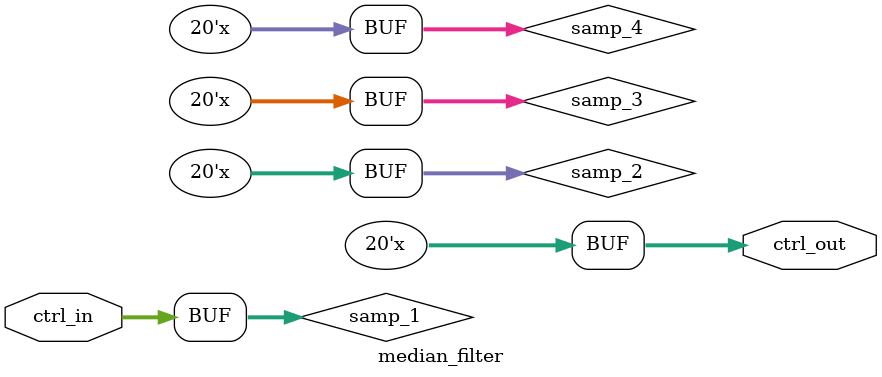
<source format=v>
module loop_filter(clk,
                   phase_error,
                   dig_ctrl_voltage,
                   dig_ctrl_voltage_smoothed);

    parameter p_gain = 500;
    parameter i_gain = 100;
    parameter width = 20;

    integer MAX_VAL = 2**(width);

    // In out arguments

    input wire clk;
    input wire phase_error;

    output reg [width - 1:0] dig_ctrl_voltage = 0;
    output wire [width - 1:0] dig_ctrl_voltage_smoothed;

    median_filter #(width)DUT(.ctrl_in(dig_ctrl_voltage),
                              .ctrl_out(dig_ctrl_voltage_smoothed));

    reg [31:0] proportional_out = 0;
    reg [31:0] integral_sum = 0;

    // Proportional path

    always @(posedge clk) begin
        proportional_out <= p_gain;
    end

    // Integral path

    always @(posedge clk) begin
        if(phase_error == 0) begin
            if (integral_sum > i_gain) begin
                integral_sum <= integral_sum - i_gain;
            end else begin
                integral_sum <=  integral_sum;
            end
        end else begin
            if(integral_sum == MAX_VAL) begin
                integral_sum <= integral_sum;
            end else begin
                integral_sum <= integral_sum + i_gain;
            end
        end
    end

    always @(posedge clk) begin
        if (phase_error == 1) begin
            if(proportional_out + integral_sum > MAX_VAL) begin
                dig_ctrl_voltage <= MAX_VAL;
            end else begin
                dig_ctrl_voltage <= proportional_out + integral_sum;
            end
        end else begin
            dig_ctrl_voltage <= integral_sum;
        end
    end



endmodule

module median_filter(ctrl_in, ctrl_out);
    parameter width = 20;

    input [width - 1: 0] ctrl_in;
    output reg [width - 1:0] ctrl_out = 0;

    reg [width - 1:0] samp_1 = 0;
    reg [width - 1:0] samp_2 = 0;
    reg [width - 1:0] samp_3 = 0;
    reg [width - 1:0] samp_4 = 0;

    always @(ctrl_in) begin
        samp_4 = samp_3;
        samp_3 = samp_2;
        samp_2 = samp_1;
        samp_1 = ctrl_in;

        ctrl_out = (samp_1 + samp_2 + samp_3 + samp_4 )/4;
    end

endmodule
</source>
